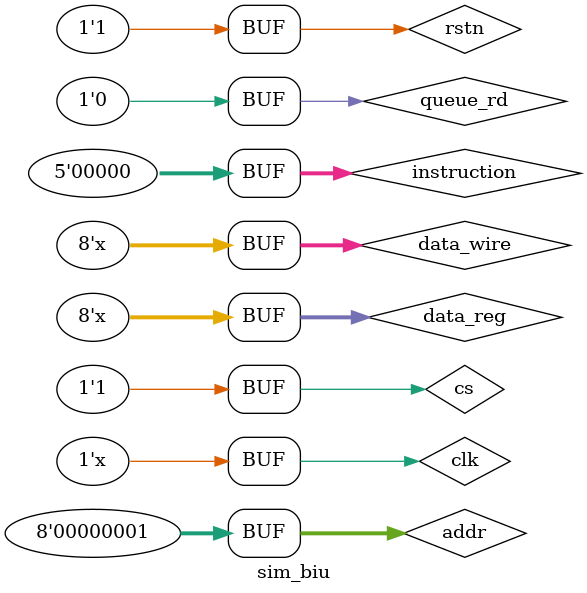
<source format=v>
`timescale 1ns / 1ps


module sim_biu;
   reg [7:0] data_reg;
   wire [7:0] data_wire;
   reg [7:0] addr;
   reg [4:0] instruction;
   wire [7:0] io;
   wire [9:0] memory_addr;
   wire wr,rd;

   reg clk;
   reg cs;
   reg rstn;
   reg queue_rd;
   wire [7:0] queue_out;
   wire ise,isf;
   always #5 clk = ~clk;
assign data_wire = data_reg;
   initial begin
    clk = 0;
    rstn = 0;
    data_reg = 6;
    addr = 0;
    instruction = 0;
    cs =1;
    queue_rd =0;
    #5 rstn = 1;
    #10
        instruction <= 5'b10001;
        data_reg <= 8'bz;
        addr <= 0;
    #10
        instruction <= 5'b10001;
        data_reg <= 8'bz;
        addr <= 1;
    #10
        instruction <= 0;
    #10
        queue_rd <= 1;
    #20 
        queue_rd <= 0;
   end
   IO m1(
    .data_wire(data_wire),
    .addr_wire(addr),
    .instruction(instruction),
    .io_port(io),
    .memory_addr(memory_addr),
    .wr(wr),
    .rd(rd)
   );
//    RAM m2(
//     .data_wire(io),
//     .clk(clk),
//     .rd(rd),
//     .wr(wr),
//     .cs(cs),
//     .rstn(rstn),
//     .addr(memory_addr[7:0])
//     );
ROM m2(
    .data_wire(io),
    .rd(rd),
    .cs(cs),
    .addr(memory_addr[7:0])
    );
    InstructionQueue m3(
        .clk(clk),
        .rstn(rstn),
        .data_in(data_wire),
        .queue_write(instruction[4]),
        .queue_read(queue_rd),
        .data_out(queue_out),
        .is_empty(ise),
        .is_full(isf)
    );
endmodule

</source>
